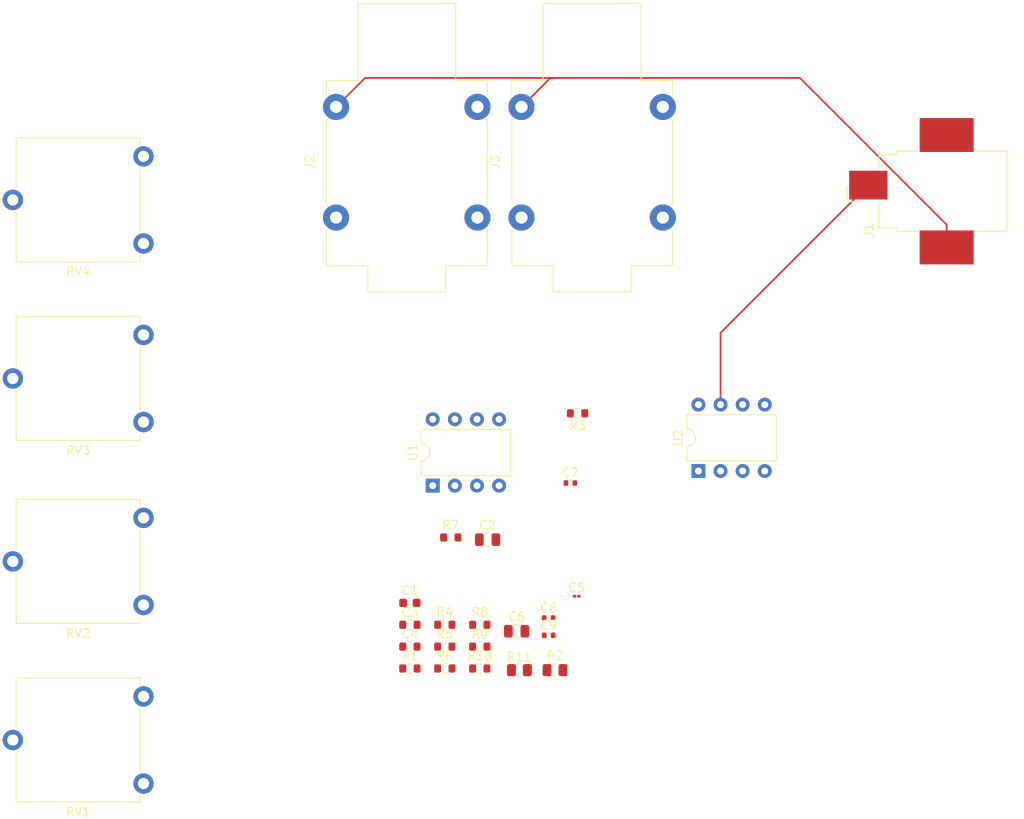
<source format=kicad_pcb>
(kicad_pcb (version 20240108) (generator "pcbnew") (generator_version "8.0")
  (layers (0 "F.Cu" signal) (31 "B.Cu" signal) (34 "B.Paste" user) (35 "F.Paste" user) (36 "B.SilkS" user "B.Silkscreen") (37 "F.SilkS" user "F.Silkscreen") (38 "B.Mask" user) (39 "F.Mask" user) (44 "Edge.Cuts" user))
  (net 0 "")
  (net 1 "Net-(C1-Pad1)")
  (net 2 "Net-(U1--)")
  (net 3 "Net-(C2-Pad1)")
  (net 4 "Net-(C2-Pad2)")
  (net 5 "Net-(C3-Pad1)")
  (net 6 "Net-(C4-Pad2)")
  (net 7 "Net-(C4-Pad1)")
  (net 8 "GND")
  (net 9 "VDD")
  (net 10 "Net-(C7-Pad1)")
  (net 11 "Net-(C8-Pad2)")
  (net 12 "Net-(C8-Pad1)")
  (net 13 "Net-(C9-Pad2)")
  (net 14 "Net-(U2--)")
  (net 15 "Net-(J2-PadT)")
  (net 16 "Net-(J3-PadT)")
  (net 17 "Net-(R5-Pad1)")
  (net 18 "Net-(R9-Pad2)")
  (net 19 "Net-(R10-Pad1)")
  (footprint "Resistor_SMD:R_0402_1005Metric" (layer "F.Cu") (at 159.01 127.98)
    (property "Reference" "C9" (at 0 -1.17 0) (layer "F.SilkS"))
    (property "Value" "33p")
    (fp_line (start -0.153641 -0.38) (end 0.153641 -0.38) (stroke (width 0.12)) (layer "F.SilkS"))
    (fp_line (start -0.153641 0.38) (end 0.153641 0.38) (stroke (width 0.12)) (layer "F.SilkS"))
    (pad "1" smd roundrect (at -0.51 0) (size 0.54 0.64) (layers "F.Cu" "F.Paste" "F.Mask") (net 14 "Net-(U2--)"))
    (pad "2" smd roundrect (at 0.51 0) (size 0.54 0.64) (layers "F.Cu" "F.Paste" "F.Mask") (net 13 "Net-(C9-Pad2)"))
  )
  (footprint "Potentiometer_THT:Potentiometer_ACP_CA14V-15_Vertical" (layer "F.Cu") (at 112.5 135 180)
    (property "Reference" "RV1" (at 7.5 -13.25 360) (layer "F.SilkS"))
    (property "Value" "100k")
    (fp_line (start 14.62 -3.575) (end 14.62 2.12) (stroke (width 0.12)) (layer "F.SilkS"))
    (fp_line (start 14.62 -12.12) (end 14.62 -6.425) (stroke (width 0.12)) (layer "F.SilkS"))
    (fp_line (start 0.38 2.12) (end 14.62 2.12) (stroke (width 0.12)) (layer "F.SilkS"))
    (fp_line (start 0.38 1.425) (end 0.38 2.12) (stroke (width 0.12)) (layer "F.SilkS"))
    (fp_line (start 0.38 -8.574) (end 0.38 -1.425) (stroke (width 0.12)) (layer "F.SilkS"))
    (fp_line (start 0.38 -12.12) (end 14.62 -12.12) (stroke (width 0.12)) (layer "F.SilkS"))
    (fp_line (start 0.38 -12.12) (end 0.38 -11.426) (stroke (width 0.12)) (layer "F.SilkS"))
    (pad "1" thru_hole circle (at 0 0 180) (size 2.34 2.34) (drill 1.3) (layers "*.Cu" "*.Mask") (net 11 "Net-(C8-Pad2)"))
    (pad "2" thru_hole circle (at 15 -5 180) (size 2.34 2.34) (drill 1.3) (layers "*.Cu" "*.Mask") (net 17 "Net-(R5-Pad1)"))
    (pad "3" thru_hole circle (at 0 -10 180) (size 2.34 2.34) (drill 1.3) (layers "*.Cu" "*.Mask") (net 12 "Net-(C8-Pad1)"))
  )
  (footprint "Resistor_SMD:R_0603_1608Metric" (layer "F.Cu") (at 147.09 129.28)
    (property "Reference" "R5" (at 0 -1.43 0) (layer "F.SilkS"))
    (property "Value" "10k")
    (fp_line (start -0.237258 -0.5225) (end 0.237258 -0.5225) (stroke (width 0.12)) (layer "F.SilkS"))
    (fp_line (start -0.237258 0.5225) (end 0.237258 0.5225) (stroke (width 0.12)) (layer "F.SilkS"))
    (pad "1" smd roundrect (at -0.825 0) (size 0.8 0.95) (layers "F.Cu" "F.Paste" "F.Mask") (net 17 "Net-(R5-Pad1)"))
    (pad "2" smd roundrect (at 0.825 0) (size 0.8 0.95) (layers "F.Cu" "F.Paste" "F.Mask") (net 2 "Net-(U1--)"))
  )
  (footprint "Potentiometer_THT:Potentiometer_ACP_CA14V-15_Vertical" (layer "F.Cu") (at 112.5 73 180)
    (property "Reference" "RV4" (at 7.5 -13.25 360) (layer "F.SilkS"))
    (property "Value" "100k")
    (fp_line (start 14.62 -3.575) (end 14.62 2.12) (stroke (width 0.12)) (layer "F.SilkS"))
    (fp_line (start 14.62 -12.12) (end 14.62 -6.425) (stroke (width 0.12)) (layer "F.SilkS"))
    (fp_line (start 0.38 2.12) (end 14.62 2.12) (stroke (width 0.12)) (layer "F.SilkS"))
    (fp_line (start 0.38 1.425) (end 0.38 2.12) (stroke (width 0.12)) (layer "F.SilkS"))
    (fp_line (start 0.38 -8.574) (end 0.38 -1.425) (stroke (width 0.12)) (layer "F.SilkS"))
    (fp_line (start 0.38 -12.12) (end 14.62 -12.12) (stroke (width 0.12)) (layer "F.SilkS"))
    (fp_line (start 0.38 -12.12) (end 0.38 -11.426) (stroke (width 0.12)) (layer "F.SilkS"))
    (pad "1" thru_hole circle (at 0 0 180) (size 2.34 2.34) (drill 1.3) (layers "*.Cu" "*.Mask") (net 4 "Net-(C2-Pad2)"))
    (pad "2" thru_hole circle (at 15 -5 180) (size 2.34 2.34) (drill 1.3) (layers "*.Cu" "*.Mask") (net 15 "Net-(J2-PadT)"))
    (pad "3" thru_hole circle (at 0 -10 180) (size 2.34 2.34) (drill 1.3) (layers "*.Cu" "*.Mask") (net 8 "GND"))
  )
  (footprint "Connector_Audio:Jack_6.35mm_Neutrik_NMJ4HFD3_Horizontal" (layer "F.Cu") (at 155.885 80.025 90)
    (property "Reference" "J3" (at 6.35 -3 90) (layer "F.SilkS"))
    (property "Value" "AudioJack2")
    (fp_line (start 15.72 -1.105) (end 14.1 -1.105) (stroke (width 0.12)) (layer "F.SilkS"))
    (fp_line (start 1.4 -1.105) (end 11.3 -1.105) (stroke (width 0.12)) (layer "F.SilkS"))
    (fp_line (start -5.52 -1.105) (end -1.4 -1.105) (stroke (width 0.12)) (layer "F.SilkS"))
    (fp_line (start 15.72 2.495) (end 15.72 -1.105) (stroke (width 0.12)) (layer "F.SilkS"))
    (fp_line (start 15.72 2.495) (end 24.57 2.495) (stroke (width 0.12)) (layer "F.SilkS"))
    (fp_line (start -5.52 3.645) (end -5.52 -1.105) (stroke (width 0.12)) (layer "F.SilkS"))
    (fp_line (start -8.52 3.645) (end -5.52 3.645) (stroke (width 0.12)) (layer "F.SilkS"))
    (fp_line (start -8.52 12.545) (end -8.52 3.645) (stroke (width 0.12)) (layer "F.SilkS"))
    (fp_line (start -8.52 12.585) (end -5.52 12.585) (stroke (width 0.12)) (layer "F.SilkS"))
    (fp_line (start 24.57 13.735) (end 24.57 2.495) (stroke (width 0.12)) (layer "F.SilkS"))
    (fp_line (start 15.72 13.735) (end 24.57 13.735) (stroke (width 0.12)) (layer "F.SilkS"))
    (fp_line (start 15.72 17.335) (end 15.72 13.735) (stroke (width 0.12)) (layer "F.SilkS"))
    (fp_line (start 15.72 17.335) (end 14.1 17.335) (stroke (width 0.12)) (layer "F.SilkS"))
    (fp_line (start 11.3 17.335) (end 1.4 17.335) (stroke (width 0.12)) (layer "F.SilkS"))
    (fp_line (start -1.4 17.335) (end -5.52 17.335) (stroke (width 0.12)) (layer "F.SilkS"))
    (fp_line (start -5.52 17.335) (end -5.52 12.585) (stroke (width 0.12)) (layer "F.SilkS"))
    (pad "S" thru_hole circle (at 12.7 0 90) (size 3 3) (drill 1.4) (layers "*.Cu" "*.Mask") (net 8 "GND"))
    (pad "SN" thru_hole circle (at 12.7 16.23 90) (size 3 3) (drill 1.4) (layers "*.Cu" "*.Mask"))
    (pad "T" thru_hole circle (at 0 0 90) (size 3 3) (drill 1.4) (layers "*.Cu" "*.Mask") (net 16 "Net-(J3-PadT)"))
    (pad "TN" thru_hole circle (at 0 16.23 90) (size 3 3) (drill 1.4) (layers "*.Cu" "*.Mask"))
  )
  (footprint "Resistor_SMD:R_0603_1608Metric" (layer "F.Cu") (at 151.1 131.79)
    (property "Reference" "R10" (at 0 -1.43 0) (layer "F.SilkS"))
    (property "Value" "1.8k")
    (fp_line (start -0.237258 -0.5225) (end 0.237258 -0.5225) (stroke (width 0.12)) (layer "F.SilkS"))
    (fp_line (start -0.237258 0.5225) (end 0.237258 0.5225) (stroke (width 0.12)) (layer "F.SilkS"))
    (pad "1" smd roundrect (at -0.825 0) (size 0.8 0.95) (layers "F.Cu" "F.Paste" "F.Mask") (net 19 "Net-(R10-Pad1)"))
    (pad "2" smd roundrect (at 0.825 0) (size 0.8 0.95) (layers "F.Cu" "F.Paste" "F.Mask") (net 3 "Net-(C2-Pad1)"))
  )
  (footprint "Capacitor_SMD:C_0603_1608Metric" (layer "F.Cu") (at 143.08 124.26)
    (property "Reference" "C1" (at 0 -1.43 0) (layer "F.SilkS"))
    (property "Value" "22n")
    (fp_line (start -0.14058 -0.51) (end 0.14058 -0.51) (stroke (width 0.12)) (layer "F.SilkS"))
    (fp_line (start -0.14058 0.51) (end 0.14058 0.51) (stroke (width 0.12)) (layer "F.SilkS"))
    (pad "1" smd roundrect (at -0.775 0) (size 0.9 0.95) (layers "F.Cu" "F.Paste" "F.Mask") (net 1 "Net-(C1-Pad1)"))
    (pad "2" smd roundrect (at 0.775 0) (size 0.9 0.95) (layers "F.Cu" "F.Paste" "F.Mask") (net 2 "Net-(U1--)"))
  )
  (footprint "Package_DIP:DIP-8_W7.62mm" (layer "F.Cu") (at 145.7 110.8 90)
    (property "Reference" "U1" (at 3.81 -2.33 90) (layer "F.SilkS"))
    (property "Value" "LM7171xIN")
    (fp_line (start 6.46 -1.33) (end 4.81 -1.33) (stroke (width 0.12)) (layer "F.SilkS"))
    (fp_line (start 2.81 -1.33) (end 1.16 -1.33) (stroke (width 0.12)) (layer "F.SilkS"))
    (fp_line (start 1.16 -1.33) (end 1.16 8.95) (stroke (width 0.12)) (layer "F.SilkS"))
    (fp_line (start 6.46 8.95) (end 6.46 -1.33) (stroke (width 0.12)) (layer "F.SilkS"))
    (fp_line (start 1.16 8.95) (end 6.46 8.95) (stroke (width 0.12)) (layer "F.SilkS"))
    (fp_arc (start 4.81 -1.33) (mid 3.81 -0.33) (end 2.81 -1.33) (stroke (width 0.12)) (layer "F.SilkS"))
    (pad "1" thru_hole rect (at 0 0 90) (size 1.6 1.6) (drill 0.8) (layers "*.Cu" "*.Mask"))
    (pad "2" thru_hole oval (at 0 2.54 90) (size 1.6 1.6) (drill 0.8) (layers "*.Cu" "*.Mask") (net 2 "Net-(U1--)"))
    (pad "3" thru_hole oval (at 0 5.08 90) (size 1.6 1.6) (drill 0.8) (layers "*.Cu" "*.Mask") (net 8 "GND"))
    (pad "4" thru_hole oval (at 0 7.62 90) (size 1.6 1.6) (drill 0.8) (layers "*.Cu" "*.Mask"))
    (pad "5" thru_hole oval (at 7.62 7.62 90) (size 1.6 1.6) (drill 0.8) (layers "*.Cu" "*.Mask"))
    (pad "6" thru_hole oval (at 7.62 5.08 90) (size 1.6 1.6) (drill 0.8) (layers "*.Cu" "*.Mask") (net 3 "Net-(C2-Pad1)"))
    (pad "7" thru_hole oval (at 7.62 2.54 90) (size 1.6 1.6) (drill 0.8) (layers "*.Cu" "*.Mask") (net 9 "VDD"))
    (pad "8" thru_hole oval (at 7.62 0 90) (size 1.6 1.6) (drill 0.8) (layers "*.Cu" "*.Mask"))
  )
  (footprint "Connector_Audio:Jack_6.35mm_Neutrik_NMJ4HFD3_Horizontal" (layer "F.Cu") (at 134.605 80.025 90)
    (property "Reference" "J2" (at 6.35 -3 90) (layer "F.SilkS"))
    (property "Value" "AudioJack2")
    (fp_line (start 15.72 -1.105) (end 14.1 -1.105) (stroke (width 0.12)) (layer "F.SilkS"))
    (fp_line (start 1.4 -1.105) (end 11.3 -1.105) (stroke (width 0.12)) (layer "F.SilkS"))
    (fp_line (start -5.52 -1.105) (end -1.4 -1.105) (stroke (width 0.12)) (layer "F.SilkS"))
    (fp_line (start 15.72 2.495) (end 15.72 -1.105) (stroke (width 0.12)) (layer "F.SilkS"))
    (fp_line (start 15.72 2.495) (end 24.57 2.495) (stroke (width 0.12)) (layer "F.SilkS"))
    (fp_line (start -5.52 3.645) (end -5.52 -1.105) (stroke (width 0.12)) (layer "F.SilkS"))
    (fp_line (start -8.52 3.645) (end -5.52 3.645) (stroke (width 0.12)) (layer "F.SilkS"))
    (fp_line (start -8.52 12.545) (end -8.52 3.645) (stroke (width 0.12)) (layer "F.SilkS"))
    (fp_line (start -8.52 12.585) (end -5.52 12.585) (stroke (width 0.12)) (layer "F.SilkS"))
    (fp_line (start 24.57 13.735) (end 24.57 2.495) (stroke (width 0.12)) (layer "F.SilkS"))
    (fp_line (start 15.72 13.735) (end 24.57 13.735) (stroke (width 0.12)) (layer "F.SilkS"))
    (fp_line (start 15.72 17.335) (end 15.72 13.735) (stroke (width 0.12)) (layer "F.SilkS"))
    (fp_line (start 15.72 17.335) (end 14.1 17.335) (stroke (width 0.12)) (layer "F.SilkS"))
    (fp_line (start 11.3 17.335) (end 1.4 17.335) (stroke (width 0.12)) (layer "F.SilkS"))
    (fp_line (start -1.4 17.335) (end -5.52 17.335) (stroke (width 0.12)) (layer "F.SilkS"))
    (fp_line (start -5.52 17.335) (end -5.52 12.585) (stroke (width 0.12)) (layer "F.SilkS"))
    (pad "S" thru_hole circle (at 12.7 0 90) (size 3 3) (drill 1.4) (layers "*.Cu" "*.Mask") (net 8 "GND"))
    (pad "SN" thru_hole circle (at 12.7 16.23 90) (size 3 3) (drill 1.4) (layers "*.Cu" "*.Mask"))
    (pad "T" thru_hole circle (at 0 0 90) (size 3 3) (drill 1.4) (layers "*.Cu" "*.Mask") (net 15 "Net-(J2-PadT)"))
    (pad "TN" thru_hole circle (at 0 16.23 90) (size 3 3) (drill 1.4) (layers "*.Cu" "*.Mask"))
  )
  (footprint "Potentiometer_THT:Potentiometer_ACP_CA14V-15_Vertical" (layer "F.Cu") (at 112.5 114.5 180)
    (property "Reference" "RV2" (at 7.5 -13.25 360) (layer "F.SilkS"))
    (property "Value" "100k")
    (fp_line (start 14.62 -3.575) (end 14.62 2.12) (stroke (width 0.12)) (layer "F.SilkS"))
    (fp_line (start 14.62 -12.12) (end 14.62 -6.425) (stroke (width 0.12)) (layer "F.SilkS"))
    (fp_line (start 0.38 2.12) (end 14.62 2.12) (stroke (width 0.12)) (layer "F.SilkS"))
    (fp_line (start 0.38 1.425) (end 0.38 2.12) (stroke (width 0.12)) (layer "F.SilkS"))
    (fp_line (start 0.38 -8.574) (end 0.38 -1.425) (stroke (width 0.12)) (layer "F.SilkS"))
    (fp_line (start 0.38 -12.12) (end 14.62 -12.12) (stroke (width 0.12)) (layer "F.SilkS"))
    (fp_line (start 0.38 -12.12) (end 0.38 -11.426) (stroke (width 0.12)) (layer "F.SilkS"))
    (pad "1" thru_hole circle (at 0 0 180) (size 2.34 2.34) (drill 1.3) (layers "*.Cu" "*.Mask") (net 6 "Net-(C4-Pad2)"))
    (pad "2" thru_hole circle (at 15 -5 180) (size 2.34 2.34) (drill 1.3) (layers "*.Cu" "*.Mask") (net 1 "Net-(C1-Pad1)"))
    (pad "3" thru_hole circle (at 0 -10 180) (size 2.34 2.34) (drill 1.3) (layers "*.Cu" "*.Mask") (net 7 "Net-(C4-Pad1)"))
  )
  (footprint "Resistor_SMD:R_0603_1608Metric" (layer "F.Cu") (at 143.08 126.77)
    (property "Reference" "C3" (at 0 -1.43 0) (layer "F.SilkS"))
    (property "Value" "4.7n")
    (fp_line (start -0.237258 -0.5225) (end 0.237258 -0.5225) (stroke (width 0.12)) (layer "F.SilkS"))
    (fp_line (start -0.237258 0.5225) (end 0.237258 0.5225) (stroke (width 0.12)) (layer "F.SilkS"))
    (pad "1" smd roundrect (at -0.825 0) (size 0.8 0.95) (layers "F.Cu" "F.Paste" "F.Mask") (net 5 "Net-(C3-Pad1)"))
    (pad "2" smd roundrect (at 0.825 0) (size 0.8 0.95) (layers "F.Cu" "F.Paste" "F.Mask") (net 2 "Net-(U1--)"))
  )
  (footprint "Resistor_SMD:R_0603_1608Metric" (layer "F.Cu") (at 147.77 116.75)
    (property "Reference" "R7" (at 0 -1.43 0) (layer "F.SilkS"))
    (property "Value" "270")
    (fp_line (start -0.237258 -0.5225) (end 0.237258 -0.5225) (stroke (width 0.12)) (layer "F.SilkS"))
    (fp_line (start -0.237258 0.5225) (end 0.237258 0.5225) (stroke (width 0.12)) (layer "F.SilkS"))
    (pad "1" smd roundrect (at -0.825 0) (size 0.8 0.95) (layers "F.Cu" "F.Paste" "F.Mask") (net 2 "Net-(U1--)"))
    (pad "2" smd roundrect (at 0.825 0) (size 0.8 0.95) (layers "F.Cu" "F.Paste" "F.Mask") (net 10 "Net-(C7-Pad1)"))
  )
  (footprint "Potentiometer_THT:Potentiometer_ACP_CA14V-15_Vertical" (layer "F.Cu") (at 112.5 93.5 180)
    (property "Reference" "RV3" (at 7.5 -13.25 360) (layer "F.SilkS"))
    (property "Value" "500k")
    (fp_line (start 14.62 -3.575) (end 14.62 2.12) (stroke (width 0.12)) (layer "F.SilkS"))
    (fp_line (start 14.62 -12.12) (end 14.62 -6.425) (stroke (width 0.12)) (layer "F.SilkS"))
    (fp_line (start 0.38 2.12) (end 14.62 2.12) (stroke (width 0.12)) (layer "F.SilkS"))
    (fp_line (start 0.38 1.425) (end 0.38 2.12) (stroke (width 0.12)) (layer "F.SilkS"))
    (fp_line (start 0.38 -8.574) (end 0.38 -1.425) (stroke (width 0.12)) (layer "F.SilkS"))
    (fp_line (start 0.38 -12.12) (end 14.62 -12.12) (stroke (width 0.12)) (layer "F.SilkS"))
    (fp_line (start 0.38 -12.12) (end 0.38 -11.426) (stroke (width 0.12)) (layer "F.SilkS"))
    (pad "1" thru_hole circle (at 0 0 180) (size 2.34 2.34) (drill 1.3) (layers "*.Cu" "*.Mask") (net 19 "Net-(R10-Pad1)"))
    (pad "2" thru_hole circle (at 15 -5 180) (size 2.34 2.34) (drill 1.3) (layers "*.Cu" "*.Mask") (net 5 "Net-(C3-Pad1)"))
    (pad "3" thru_hole circle (at 0 -10 180) (size 2.34 2.34) (drill 1.3) (layers "*.Cu" "*.Mask") (net 18 "Net-(R9-Pad2)"))
  )
  (footprint "Capacitor_SMD:C_01005_0402Metric" (layer "F.Cu") (at 162.225 123.5)
    (property "Reference" "C5" (at 0 -1 0) (layer "F.SilkS"))
    (property "Value" "0.1u")
    (pad "1" smd roundrect (at -0.25 0) (size 0.4 0.3) (layers "F.Cu" "F.Mask") (net 9 "VDD"))
    (pad "2" smd roundrect (at 0.25 0) (size 0.4 0.3) (layers "F.Cu" "F.Mask") (net 8 "GND"))
  )
  (footprint "Connector_BarrelJack:BarrelJack_CUI_PJ-036AH-SMT_Horizontal" (layer "F.Cu") (at 201.5 77 90)
    (property "Reference" "J1" (at -4.5 -5.75 90) (layer "F.SilkS"))
    (property "Value" "Jack-DC")
    (fp_line (start -1.19 -8.24) (end 0.55 -8.24) (stroke (width 0.12)) (layer "F.SilkS"))
    (fp_line (start -1.19 -6.5) (end -1.19 -8.24) (stroke (width 0.12)) (layer "F.SilkS"))
    (fp_line (start 4.2 -4.6) (end 4.2 -2.6) (stroke (width 0.12)) (layer "F.SilkS"))
    (fp_line (start 2.6 -4.6) (end 4.2 -4.6) (stroke (width 0.12)) (layer "F.SilkS"))
    (fp_line (start -4.2 -4.6) (end -1.2 -4.6) (stroke (width 0.12)) (layer "F.SilkS"))
    (fp_line (start 4.6 -2.6) (end 4.6 -0.15) (stroke (width 0.12)) (layer "F.SilkS"))
    (fp_line (start 4.2 -2.6) (end 4.6 -2.6) (stroke (width 0.12)) (layer "F.SilkS"))
    (fp_line (start -4.2 -2.6) (end -4.2 -4.6) (stroke (width 0.12)) (layer "F.SilkS"))
    (fp_line (start -4.6 -2.6) (end -4.2 -2.6) (stroke (width 0.12)) (layer "F.SilkS"))
    (fp_line (start -4.6 -0.15) (end -4.6 -2.6) (stroke (width 0.12)) (layer "F.SilkS"))
    (fp_line (start 4.6 6.55) (end 4.6 10.1) (stroke (width 0.12)) (layer "F.SilkS"))
    (fp_line (start 4.6 10.1) (end -4.6 10.1) (stroke (width 0.12)) (layer "F.SilkS"))
    (fp_line (start -4.6 10.1) (end -4.6 6.55) (stroke (width 0.12)) (layer "F.SilkS"))
    (pad "" np_thru_hole circle (at 0 7 90) (size 2 2) (drill 2) (layers "*.Cu" "*.Mask"))
    (pad "1" smd rect (at 0.7 -5.8 90) (size 3.3 4.4) (layers "F.Cu" "F.Paste" "F.Mask") (net 9 "VDD"))
    (pad "2" smd rect (at -6.45 3.2 90) (size 3.9 6.2) (layers "F.Cu" "F.Paste" "F.Mask") (net 8 "GND"))
    (pad "3" smd rect (at 6.45 3.2 90) (size 3.9 6.2) (layers "F.Cu" "F.Paste" "F.Mask"))
  )
  (footprint "Capacitor_SMD:C_0805_2012Metric" (layer "F.Cu") (at 155.33 127.52)
    (property "Reference" "C6" (at 0 -1.68 0) (layer "F.SilkS"))
    (property "Value" "10u")
    (fp_line (start -0.261252 -0.735) (end 0.261252 -0.735) (stroke (width 0.12)) (layer "F.SilkS"))
    (fp_line (start -0.261252 0.735) (end 0.261252 0.735) (stroke (width 0.12)) (layer "F.SilkS"))
    (pad "1" smd roundrect (at -0.95 0) (size 1 1.45) (layers "F.Cu" "F.Paste" "F.Mask") (net 9 "VDD"))
    (pad "2" smd roundrect (at 0.95 0) (size 1 1.45) (layers "F.Cu" "F.Paste" "F.Mask") (net 8 "GND"))
  )
  (footprint "Resistor_SMD:R_0805_2012Metric" (layer "F.Cu") (at 159.7375 131.98)
    (property "Reference" "R2" (at 0 -1.65 0) (layer "F.SilkS"))
    (property "Value" "47k")
    (fp_line (start -0.227064 -0.735) (end 0.227064 -0.735) (stroke (width 0.12)) (layer "F.SilkS"))
    (fp_line (start -0.227064 0.735) (end 0.227064 0.735) (stroke (width 0.12)) (layer "F.SilkS"))
    (pad "1" smd roundrect (at -0.9125 0) (size 1.025 1.4) (layers "F.Cu" "F.Paste" "F.Mask") (roundrect_rratio 0.243902) (net 14 "Net-(U2--)"))
    (pad "2" smd roundrect (at 0.9125 0) (size 1.025 1.4) (layers "F.Cu" "F.Paste" "F.Mask") (roundrect_rratio 0.243902) (net 13 "Net-(C9-Pad2)"))
  )
  (footprint "Resistor_SMD:R_0603_1608Metric" (layer "F.Cu") (at 143.08 131.79)
    (property "Reference" "R1" (at 0 -1.43 0) (layer "F.SilkS"))
    (property "Value" "22k")
    (fp_line (start -0.237258 -0.5225) (end 0.237258 -0.5225) (stroke (width 0.12)) (layer "F.SilkS"))
    (fp_line (start -0.237258 0.5225) (end 0.237258 0.5225) (stroke (width 0.12)) (layer "F.SilkS"))
    (pad "1" smd roundrect (at -0.825 0) (size 0.8 0.95) (layers "F.Cu" "F.Paste" "F.Mask") (net 4 "Net-(C2-Pad2)"))
    (pad "2" smd roundrect (at 0.825 0) (size 0.8 0.95) (layers "F.Cu" "F.Paste" "F.Mask") (net 8 "GND"))
  )
  (footprint "Resistor_SMD:R_0603_1608Metric" (layer "F.Cu") (at 162.325 102.5 180)
    (property "Reference" "R3" (at 0 -1.43 360) (layer "F.SilkS"))
    (property "Value" "10k")
    (fp_line (start -0.237258 0.5225) (end 0.237258 0.5225) (stroke (width 0.12)) (layer "F.SilkS"))
    (fp_line (start -0.237258 -0.5225) (end 0.237258 -0.5225) (stroke (width 0.12)) (layer "F.SilkS"))
    (pad "1" smd roundrect (at -0.825 0 180) (size 0.8 0.95) (layers "F.Cu" "F.Paste" "F.Mask") (net 11 "Net-(C8-Pad2)"))
    (pad "2" smd roundrect (at 0.825 0 180) (size 0.8 0.95) (layers "F.Cu" "F.Paste" "F.Mask") (net 3 "Net-(C2-Pad1)"))
  )
  (footprint "Package_DIP:DIP-8_W7.62mm" (layer "F.Cu") (at 176.2 109.12 90)
    (property "Reference" "U2" (at 3.81 -2.33 90) (layer "F.SilkS"))
    (property "Value" "LM7171xIN")
    (fp_line (start 6.46 -1.33) (end 4.81 -1.33) (stroke (width 0.12)) (layer "F.SilkS"))
    (fp_line (start 2.81 -1.33) (end 1.16 -1.33) (stroke (width 0.12)) (layer "F.SilkS"))
    (fp_line (start 1.16 -1.33) (end 1.16 8.95) (stroke (width 0.12)) (layer "F.SilkS"))
    (fp_line (start 6.46 8.95) (end 6.46 -1.33) (stroke (width 0.12)) (layer "F.SilkS"))
    (fp_line (start 1.16 8.95) (end 6.46 8.95) (stroke (width 0.12)) (layer "F.SilkS"))
    (fp_arc (start 4.81 -1.33) (mid 3.81 -0.33) (end 2.81 -1.33) (stroke (width 0.12)) (layer "F.SilkS"))
    (pad "1" thru_hole rect (at 0 0 90) (size 1.6 1.6) (drill 0.8) (layers "*.Cu" "*.Mask"))
    (pad "2" thru_hole oval (at 0 2.54 90) (size 1.6 1.6) (drill 0.8) (layers "*.Cu" "*.Mask") (net 14 "Net-(U2--)"))
    (pad "3" thru_hole oval (at 0 5.08 90) (size 1.6 1.6) (drill 0.8) (layers "*.Cu" "*.Mask") (net 8 "GND"))
    (pad "4" thru_hole oval (at 0 7.62 90) (size 1.6 1.6) (drill 0.8) (layers "*.Cu" "*.Mask"))
    (pad "5" thru_hole oval (at 7.62 7.62 90) (size 1.6 1.6) (drill 0.8) (layers "*.Cu" "*.Mask"))
    (pad "6" thru_hole oval (at 7.62 5.08 90) (size 1.6 1.6) (drill 0.8) (layers "*.Cu" "*.Mask") (net 13 "Net-(C9-Pad2)"))
    (pad "7" thru_hole oval (at 7.62 2.54 90) (size 1.6 1.6) (drill 0.8) (layers "*.Cu" "*.Mask") (net 9 "VDD"))
    (pad "8" thru_hole oval (at 7.62 0 90) (size 1.6 1.6) (drill 0.8) (layers "*.Cu" "*.Mask"))
  )
  (footprint "Resistor_SMD:R_0603_1608Metric" (layer "F.Cu") (at 151.1 129.28)
    (property "Reference" "R9" (at 0 -1.43 0) (layer "F.SilkS"))
    (property "Value" "1.8k")
    (fp_line (start -0.237258 -0.5225) (end 0.237258 -0.5225) (stroke (width 0.12)) (layer "F.SilkS"))
    (fp_line (start -0.237258 0.5225) (end 0.237258 0.5225) (stroke (width 0.12)) (layer "F.SilkS"))
    (pad "1" smd roundrect (at -0.825 0) (size 0.8 0.95) (layers "F.Cu" "F.Paste" "F.Mask") (net 13 "Net-(C9-Pad2)"))
    (pad "2" smd roundrect (at 0.825 0) (size 0.8 0.95) (layers "F.Cu" "F.Paste" "F.Mask") (net 18 "Net-(R9-Pad2)"))
  )
  (footprint "Capacitor_SMD:C_0805_2012Metric" (layer "F.Cu") (at 152 117)
    (property "Reference" "C2" (at 0 -1.68 0) (layer "F.SilkS"))
    (property "Value" "10u")
    (fp_line (start -0.261252 -0.735) (end 0.261252 -0.735) (stroke (width 0.12)) (layer "F.SilkS"))
    (fp_line (start -0.261252 0.735) (end 0.261252 0.735) (stroke (width 0.12)) (layer "F.SilkS"))
    (pad "1" smd roundrect (at -0.95 0) (size 1 1.45) (layers "F.Cu" "F.Paste" "F.Mask") (net 3 "Net-(C2-Pad1)"))
    (pad "2" smd roundrect (at 0.95 0) (size 1 1.45) (layers "F.Cu" "F.Paste" "F.Mask") (net 4 "Net-(C2-Pad2)"))
  )
  (footprint "Resistor_SMD:R_0402_1005Metric" (layer "F.Cu") (at 161.5 110.5)
    (property "Reference" "C7" (at 0 -1.17 0) (layer "F.SilkS"))
    (property "Value" "1.2n")
    (fp_line (start -0.153641 -0.38) (end 0.153641 -0.38) (stroke (width 0.12)) (layer "F.SilkS"))
    (fp_line (start -0.153641 0.38) (end 0.153641 0.38) (stroke (width 0.12)) (layer "F.SilkS"))
    (pad "1" smd roundrect (at -0.51 0) (size 0.54 0.64) (layers "F.Cu" "F.Paste" "F.Mask") (net 10 "Net-(C7-Pad1)"))
    (pad "2" smd roundrect (at 0.51 0) (size 0.54 0.64) (layers "F.Cu" "F.Paste" "F.Mask") (net 8 "GND"))
  )
  (footprint "Resistor_SMD:R_0603_1608Metric" (layer "F.Cu") (at 151.1 126.77)
    (property "Reference" "R8" (at 0 -1.43 0) (layer "F.SilkS"))
    (property "Value" "3.3k")
    (fp_line (start -0.237258 -0.5225) (end 0.237258 -0.5225) (stroke (width 0.12)) (layer "F.SilkS"))
    (fp_line (start -0.237258 0.5225) (end 0.237258 0.5225) (stroke (width 0.12)) (layer "F.SilkS"))
    (pad "1" smd roundrect (at -0.825 0) (size 0.8 0.95) (layers "F.Cu" "F.Paste" "F.Mask") (net 6 "Net-(C4-Pad2)"))
    (pad "2" smd roundrect (at 0.825 0) (size 0.8 0.95) (layers "F.Cu" "F.Paste" "F.Mask") (net 3 "Net-(C2-Pad1)"))
  )
  (footprint "Resistor_SMD:R_0603_1608Metric" (layer "F.Cu") (at 147.09 131.79)
    (property "Reference" "R6" (at 0 -1.43 0) (layer "F.SilkS"))
    (property "Value" "3.3k")
    (fp_line (start -0.237258 -0.5225) (end 0.237258 -0.5225) (stroke (width 0.12)) (layer "F.SilkS"))
    (fp_line (start -0.237258 0.5225) (end 0.237258 0.5225) (stroke (width 0.12)) (layer "F.SilkS"))
    (pad "1" smd roundrect (at -0.825 0) (size 0.8 0.95) (layers "F.Cu" "F.Paste" "F.Mask") (net 13 "Net-(C9-Pad2)"))
    (pad "2" smd roundrect (at 0.825 0) (size 0.8 0.95) (layers "F.Cu" "F.Paste" "F.Mask") (net 7 "Net-(C4-Pad1)"))
  )
  (footprint "Resistor_SMD:R_0402_1005Metric" (layer "F.Cu") (at 159.01 125.99)
    (property "Reference" "C8" (at 0 -1.17 0) (layer "F.SilkS"))
    (property "Value" "47n")
    (fp_line (start -0.153641 -0.38) (end 0.153641 -0.38) (stroke (width 0.12)) (layer "F.SilkS"))
    (fp_line (start -0.153641 0.38) (end 0.153641 0.38) (stroke (width 0.12)) (layer "F.SilkS"))
    (pad "1" smd roundrect (at -0.51 0) (size 0.54 0.64) (layers "F.Cu" "F.Paste" "F.Mask") (net 12 "Net-(C8-Pad1)"))
    (pad "2" smd roundrect (at 0.51 0) (size 0.54 0.64) (layers "F.Cu" "F.Paste" "F.Mask") (net 11 "Net-(C8-Pad2)"))
  )
  (footprint "Resistor_SMD:R_0603_1608Metric" (layer "F.Cu") (at 143.08 129.28)
    (property "Reference" "C4" (at 0 -1.43 0) (layer "F.SilkS"))
    (property "Value" "4.7n")
    (fp_line (start -0.237258 -0.5225) (end 0.237258 -0.5225) (stroke (width 0.12)) (layer "F.SilkS"))
    (fp_line (start -0.237258 0.5225) (end 0.237258 0.5225) (stroke (width 0.12)) (layer "F.SilkS"))
    (pad "1" smd roundrect (at -0.825 0) (size 0.8 0.95) (layers "F.Cu" "F.Paste" "F.Mask") (net 7 "Net-(C4-Pad1)"))
    (pad "2" smd roundrect (at 0.825 0) (size 0.8 0.95) (layers "F.Cu" "F.Paste" "F.Mask") (net 6 "Net-(C4-Pad2)"))
  )
  (footprint "Resistor_SMD:R_0603_1608Metric" (layer "F.Cu") (at 147.09 126.77)
    (property "Reference" "R4" (at 0 -1.43 0) (layer "F.SilkS"))
    (property "Value" "10k")
    (fp_line (start -0.237258 -0.5225) (end 0.237258 -0.5225) (stroke (width 0.12)) (layer "F.SilkS"))
    (fp_line (start -0.237258 0.5225) (end 0.237258 0.5225) (stroke (width 0.12)) (layer "F.SilkS"))
    (pad "1" smd roundrect (at -0.825 0) (size 0.8 0.95) (layers "F.Cu" "F.Paste" "F.Mask") (net 13 "Net-(C9-Pad2)"))
    (pad "2" smd roundrect (at 0.825 0) (size 0.8 0.95) (layers "F.Cu" "F.Paste" "F.Mask") (net 12 "Net-(C8-Pad1)"))
  )
  (footprint "Resistor_SMD:R_0805_2012Metric" (layer "F.Cu") (at 155.65 131.98)
    (property "Reference" "R11" (at 0 -1.5 0) (layer "F.SilkS"))
    (property "Value" "47k")
    (fp_line (start -0.227064 -0.735) (end 0.227064 -0.735) (stroke (width 0.12)) (layer "F.SilkS"))
    (fp_line (start -0.227064 0.735) (end 0.227064 0.735) (stroke (width 0.12)) (layer "F.SilkS"))
    (pad "1" smd roundrect (at -0.9125 0) (size 1.025 1.4) (layers "F.Cu" "F.Paste" "F.Mask") (roundrect_rratio 0.243902) (net 16 "Net-(J3-PadT)"))
    (pad "2" smd roundrect (at 0.9125 0) (size 1.025 1.4) (layers "F.Cu" "F.Paste" "F.Mask") (roundrect_rratio 0.243902) (net 14 "Net-(U2--)"))
  )
  (segment (start 204.7 80.85) (end 187.85 64) (width 0.2) (layer "F.Cu") (net 8))
  (segment (start 187.85 64) (end 159.21 64) (width 0.2) (layer "F.Cu") (net 8))
  (segment (start 204.7 83.45) (end 204.7 80.85) (width 0.2) (layer "F.Cu") (net 8))
  (segment (start 134.605 67.325) (end 137.93 64) (width 0.2) (layer "F.Cu") (net 8))
  (segment (start 159.5 64) (end 159.21 64) (width 0.2) (layer "F.Cu") (net 8))
  (segment (start 137.93 64) (end 159.5 64) (width 0.2) (layer "F.Cu") (net 8))
  (segment (start 159.21 64) (end 155.885 67.325) (width 0.2) (layer "F.Cu") (net 8))
  (segment (start 178.74 93.26) (end 178.74 101.5) (width 0.2) (layer "F.Cu") (net 9))
  (segment (start 195.7 76.3) (end 195.7 77.81) (width 0.2) (layer "F.Cu") (net 9))
  (segment (start 195.7 76.3) (end 178.74 93.26) (width 0.2) (layer "F.Cu") (net 9))
)
</source>
